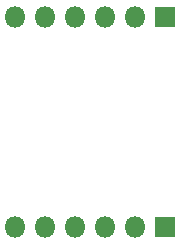
<source format=gbr>
%TF.GenerationSoftware,KiCad,Pcbnew,5.1.6*%
%TF.CreationDate,2020-07-11T18:48:30-07:00*%
%TF.ProjectId,proto_boards,70726f74-6f5f-4626-9f61-7264732e6b69,rev?*%
%TF.SameCoordinates,Original*%
%TF.FileFunction,Soldermask,Bot*%
%TF.FilePolarity,Negative*%
%FSLAX46Y46*%
G04 Gerber Fmt 4.6, Leading zero omitted, Abs format (unit mm)*
G04 Created by KiCad (PCBNEW 5.1.6) date 2020-07-11 18:48:30*
%MOMM*%
%LPD*%
G01*
G04 APERTURE LIST*
%ADD10O,1.800000X1.800000*%
%ADD11R,1.800000X1.800000*%
G04 APERTURE END LIST*
D10*
%TO.C,J2*%
X159890000Y-86360000D03*
X162430000Y-86360000D03*
X164970000Y-86360000D03*
X167510000Y-86360000D03*
X170050000Y-86360000D03*
D11*
X172590000Y-86360000D03*
%TD*%
D10*
%TO.C,J1*%
X159890000Y-68580000D03*
X162430000Y-68580000D03*
X164970000Y-68580000D03*
X167510000Y-68580000D03*
X170050000Y-68580000D03*
D11*
X172590000Y-68580000D03*
%TD*%
M02*

</source>
